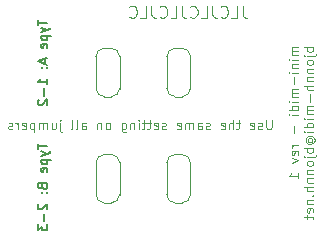
<source format=gbo>
G04 #@! TF.GenerationSoftware,KiCad,Pcbnew,8.0.1*
G04 #@! TF.CreationDate,2024-03-31T17:01:24-05:00*
G04 #@! TF.ProjectId,minimidi_v1,6d696e69-6d69-4646-995f-76312e6b6963,rev?*
G04 #@! TF.SameCoordinates,Original*
G04 #@! TF.FileFunction,Legend,Bot*
G04 #@! TF.FilePolarity,Positive*
%FSLAX46Y46*%
G04 Gerber Fmt 4.6, Leading zero omitted, Abs format (unit mm)*
G04 Created by KiCad (PCBNEW 8.0.1) date 2024-03-31 17:01:24*
%MOMM*%
%LPD*%
G01*
G04 APERTURE LIST*
G04 Aperture macros list*
%AMFreePoly0*
4,1,19,0.550000,-0.750000,0.000000,-0.750000,0.000000,-0.744911,-0.071157,-0.744911,-0.207708,-0.704816,-0.327430,-0.627875,-0.420627,-0.520320,-0.479746,-0.390866,-0.500000,-0.250000,-0.500000,0.250000,-0.479746,0.390866,-0.420627,0.520320,-0.327430,0.627875,-0.207708,0.704816,-0.071157,0.744911,0.000000,0.744911,0.000000,0.750000,0.550000,0.750000,0.550000,-0.750000,0.550000,-0.750000,
$1*%
%AMFreePoly1*
4,1,19,0.000000,0.744911,0.071157,0.744911,0.207708,0.704816,0.327430,0.627875,0.420627,0.520320,0.479746,0.390866,0.500000,0.250000,0.500000,-0.250000,0.479746,-0.390866,0.420627,-0.520320,0.327430,-0.627875,0.207708,-0.704816,0.071157,-0.744911,0.000000,-0.744911,0.000000,-0.750000,-0.550000,-0.750000,-0.550000,0.750000,0.000000,0.750000,0.000000,0.744911,0.000000,0.744911,
$1*%
G04 Aperture macros list end*
%ADD10C,0.100000*%
%ADD11C,0.200000*%
%ADD12C,0.120000*%
%ADD13C,1.700000*%
%ADD14R,1.700000X1.700000*%
%ADD15O,1.700000X1.700000*%
%ADD16FreePoly0,270.000000*%
%ADD17R,1.500000X1.000000*%
%ADD18FreePoly1,270.000000*%
G04 APERTURE END LIST*
D10*
X143867619Y-93501879D02*
X143867619Y-94149498D01*
X143867619Y-94149498D02*
X143829524Y-94225688D01*
X143829524Y-94225688D02*
X143791429Y-94263784D01*
X143791429Y-94263784D02*
X143715238Y-94301879D01*
X143715238Y-94301879D02*
X143562857Y-94301879D01*
X143562857Y-94301879D02*
X143486667Y-94263784D01*
X143486667Y-94263784D02*
X143448572Y-94225688D01*
X143448572Y-94225688D02*
X143410476Y-94149498D01*
X143410476Y-94149498D02*
X143410476Y-93501879D01*
X143067620Y-94263784D02*
X142991429Y-94301879D01*
X142991429Y-94301879D02*
X142839048Y-94301879D01*
X142839048Y-94301879D02*
X142762858Y-94263784D01*
X142762858Y-94263784D02*
X142724762Y-94187593D01*
X142724762Y-94187593D02*
X142724762Y-94149498D01*
X142724762Y-94149498D02*
X142762858Y-94073307D01*
X142762858Y-94073307D02*
X142839048Y-94035212D01*
X142839048Y-94035212D02*
X142953334Y-94035212D01*
X142953334Y-94035212D02*
X143029524Y-93997117D01*
X143029524Y-93997117D02*
X143067620Y-93920926D01*
X143067620Y-93920926D02*
X143067620Y-93882831D01*
X143067620Y-93882831D02*
X143029524Y-93806641D01*
X143029524Y-93806641D02*
X142953334Y-93768545D01*
X142953334Y-93768545D02*
X142839048Y-93768545D01*
X142839048Y-93768545D02*
X142762858Y-93806641D01*
X142077143Y-94263784D02*
X142153334Y-94301879D01*
X142153334Y-94301879D02*
X142305715Y-94301879D01*
X142305715Y-94301879D02*
X142381905Y-94263784D01*
X142381905Y-94263784D02*
X142420001Y-94187593D01*
X142420001Y-94187593D02*
X142420001Y-93882831D01*
X142420001Y-93882831D02*
X142381905Y-93806641D01*
X142381905Y-93806641D02*
X142305715Y-93768545D01*
X142305715Y-93768545D02*
X142153334Y-93768545D01*
X142153334Y-93768545D02*
X142077143Y-93806641D01*
X142077143Y-93806641D02*
X142039048Y-93882831D01*
X142039048Y-93882831D02*
X142039048Y-93959022D01*
X142039048Y-93959022D02*
X142420001Y-94035212D01*
X141200953Y-93768545D02*
X140896191Y-93768545D01*
X141086667Y-93501879D02*
X141086667Y-94187593D01*
X141086667Y-94187593D02*
X141048572Y-94263784D01*
X141048572Y-94263784D02*
X140972382Y-94301879D01*
X140972382Y-94301879D02*
X140896191Y-94301879D01*
X140629524Y-94301879D02*
X140629524Y-93501879D01*
X140286667Y-94301879D02*
X140286667Y-93882831D01*
X140286667Y-93882831D02*
X140324762Y-93806641D01*
X140324762Y-93806641D02*
X140400953Y-93768545D01*
X140400953Y-93768545D02*
X140515239Y-93768545D01*
X140515239Y-93768545D02*
X140591429Y-93806641D01*
X140591429Y-93806641D02*
X140629524Y-93844736D01*
X139600952Y-94263784D02*
X139677143Y-94301879D01*
X139677143Y-94301879D02*
X139829524Y-94301879D01*
X139829524Y-94301879D02*
X139905714Y-94263784D01*
X139905714Y-94263784D02*
X139943810Y-94187593D01*
X139943810Y-94187593D02*
X139943810Y-93882831D01*
X139943810Y-93882831D02*
X139905714Y-93806641D01*
X139905714Y-93806641D02*
X139829524Y-93768545D01*
X139829524Y-93768545D02*
X139677143Y-93768545D01*
X139677143Y-93768545D02*
X139600952Y-93806641D01*
X139600952Y-93806641D02*
X139562857Y-93882831D01*
X139562857Y-93882831D02*
X139562857Y-93959022D01*
X139562857Y-93959022D02*
X139943810Y-94035212D01*
X138648572Y-94263784D02*
X138572381Y-94301879D01*
X138572381Y-94301879D02*
X138420000Y-94301879D01*
X138420000Y-94301879D02*
X138343810Y-94263784D01*
X138343810Y-94263784D02*
X138305714Y-94187593D01*
X138305714Y-94187593D02*
X138305714Y-94149498D01*
X138305714Y-94149498D02*
X138343810Y-94073307D01*
X138343810Y-94073307D02*
X138420000Y-94035212D01*
X138420000Y-94035212D02*
X138534286Y-94035212D01*
X138534286Y-94035212D02*
X138610476Y-93997117D01*
X138610476Y-93997117D02*
X138648572Y-93920926D01*
X138648572Y-93920926D02*
X138648572Y-93882831D01*
X138648572Y-93882831D02*
X138610476Y-93806641D01*
X138610476Y-93806641D02*
X138534286Y-93768545D01*
X138534286Y-93768545D02*
X138420000Y-93768545D01*
X138420000Y-93768545D02*
X138343810Y-93806641D01*
X137620000Y-94301879D02*
X137620000Y-93882831D01*
X137620000Y-93882831D02*
X137658095Y-93806641D01*
X137658095Y-93806641D02*
X137734286Y-93768545D01*
X137734286Y-93768545D02*
X137886667Y-93768545D01*
X137886667Y-93768545D02*
X137962857Y-93806641D01*
X137620000Y-94263784D02*
X137696191Y-94301879D01*
X137696191Y-94301879D02*
X137886667Y-94301879D01*
X137886667Y-94301879D02*
X137962857Y-94263784D01*
X137962857Y-94263784D02*
X138000953Y-94187593D01*
X138000953Y-94187593D02*
X138000953Y-94111403D01*
X138000953Y-94111403D02*
X137962857Y-94035212D01*
X137962857Y-94035212D02*
X137886667Y-93997117D01*
X137886667Y-93997117D02*
X137696191Y-93997117D01*
X137696191Y-93997117D02*
X137620000Y-93959022D01*
X137239047Y-94301879D02*
X137239047Y-93768545D01*
X137239047Y-93844736D02*
X137200952Y-93806641D01*
X137200952Y-93806641D02*
X137124762Y-93768545D01*
X137124762Y-93768545D02*
X137010476Y-93768545D01*
X137010476Y-93768545D02*
X136934285Y-93806641D01*
X136934285Y-93806641D02*
X136896190Y-93882831D01*
X136896190Y-93882831D02*
X136896190Y-94301879D01*
X136896190Y-93882831D02*
X136858095Y-93806641D01*
X136858095Y-93806641D02*
X136781904Y-93768545D01*
X136781904Y-93768545D02*
X136667619Y-93768545D01*
X136667619Y-93768545D02*
X136591428Y-93806641D01*
X136591428Y-93806641D02*
X136553333Y-93882831D01*
X136553333Y-93882831D02*
X136553333Y-94301879D01*
X135867618Y-94263784D02*
X135943809Y-94301879D01*
X135943809Y-94301879D02*
X136096190Y-94301879D01*
X136096190Y-94301879D02*
X136172380Y-94263784D01*
X136172380Y-94263784D02*
X136210476Y-94187593D01*
X136210476Y-94187593D02*
X136210476Y-93882831D01*
X136210476Y-93882831D02*
X136172380Y-93806641D01*
X136172380Y-93806641D02*
X136096190Y-93768545D01*
X136096190Y-93768545D02*
X135943809Y-93768545D01*
X135943809Y-93768545D02*
X135867618Y-93806641D01*
X135867618Y-93806641D02*
X135829523Y-93882831D01*
X135829523Y-93882831D02*
X135829523Y-93959022D01*
X135829523Y-93959022D02*
X136210476Y-94035212D01*
X134915238Y-94263784D02*
X134839047Y-94301879D01*
X134839047Y-94301879D02*
X134686666Y-94301879D01*
X134686666Y-94301879D02*
X134610476Y-94263784D01*
X134610476Y-94263784D02*
X134572380Y-94187593D01*
X134572380Y-94187593D02*
X134572380Y-94149498D01*
X134572380Y-94149498D02*
X134610476Y-94073307D01*
X134610476Y-94073307D02*
X134686666Y-94035212D01*
X134686666Y-94035212D02*
X134800952Y-94035212D01*
X134800952Y-94035212D02*
X134877142Y-93997117D01*
X134877142Y-93997117D02*
X134915238Y-93920926D01*
X134915238Y-93920926D02*
X134915238Y-93882831D01*
X134915238Y-93882831D02*
X134877142Y-93806641D01*
X134877142Y-93806641D02*
X134800952Y-93768545D01*
X134800952Y-93768545D02*
X134686666Y-93768545D01*
X134686666Y-93768545D02*
X134610476Y-93806641D01*
X133924761Y-94263784D02*
X134000952Y-94301879D01*
X134000952Y-94301879D02*
X134153333Y-94301879D01*
X134153333Y-94301879D02*
X134229523Y-94263784D01*
X134229523Y-94263784D02*
X134267619Y-94187593D01*
X134267619Y-94187593D02*
X134267619Y-93882831D01*
X134267619Y-93882831D02*
X134229523Y-93806641D01*
X134229523Y-93806641D02*
X134153333Y-93768545D01*
X134153333Y-93768545D02*
X134000952Y-93768545D01*
X134000952Y-93768545D02*
X133924761Y-93806641D01*
X133924761Y-93806641D02*
X133886666Y-93882831D01*
X133886666Y-93882831D02*
X133886666Y-93959022D01*
X133886666Y-93959022D02*
X134267619Y-94035212D01*
X133658095Y-93768545D02*
X133353333Y-93768545D01*
X133543809Y-93501879D02*
X133543809Y-94187593D01*
X133543809Y-94187593D02*
X133505714Y-94263784D01*
X133505714Y-94263784D02*
X133429524Y-94301879D01*
X133429524Y-94301879D02*
X133353333Y-94301879D01*
X133200952Y-93768545D02*
X132896190Y-93768545D01*
X133086666Y-93501879D02*
X133086666Y-94187593D01*
X133086666Y-94187593D02*
X133048571Y-94263784D01*
X133048571Y-94263784D02*
X132972381Y-94301879D01*
X132972381Y-94301879D02*
X132896190Y-94301879D01*
X132629523Y-94301879D02*
X132629523Y-93768545D01*
X132629523Y-93501879D02*
X132667619Y-93539974D01*
X132667619Y-93539974D02*
X132629523Y-93578069D01*
X132629523Y-93578069D02*
X132591428Y-93539974D01*
X132591428Y-93539974D02*
X132629523Y-93501879D01*
X132629523Y-93501879D02*
X132629523Y-93578069D01*
X132248571Y-93768545D02*
X132248571Y-94301879D01*
X132248571Y-93844736D02*
X132210476Y-93806641D01*
X132210476Y-93806641D02*
X132134286Y-93768545D01*
X132134286Y-93768545D02*
X132020000Y-93768545D01*
X132020000Y-93768545D02*
X131943809Y-93806641D01*
X131943809Y-93806641D02*
X131905714Y-93882831D01*
X131905714Y-93882831D02*
X131905714Y-94301879D01*
X131181904Y-93768545D02*
X131181904Y-94416164D01*
X131181904Y-94416164D02*
X131219999Y-94492355D01*
X131219999Y-94492355D02*
X131258095Y-94530450D01*
X131258095Y-94530450D02*
X131334285Y-94568545D01*
X131334285Y-94568545D02*
X131448571Y-94568545D01*
X131448571Y-94568545D02*
X131524761Y-94530450D01*
X131181904Y-94263784D02*
X131258095Y-94301879D01*
X131258095Y-94301879D02*
X131410476Y-94301879D01*
X131410476Y-94301879D02*
X131486666Y-94263784D01*
X131486666Y-94263784D02*
X131524761Y-94225688D01*
X131524761Y-94225688D02*
X131562857Y-94149498D01*
X131562857Y-94149498D02*
X131562857Y-93920926D01*
X131562857Y-93920926D02*
X131524761Y-93844736D01*
X131524761Y-93844736D02*
X131486666Y-93806641D01*
X131486666Y-93806641D02*
X131410476Y-93768545D01*
X131410476Y-93768545D02*
X131258095Y-93768545D01*
X131258095Y-93768545D02*
X131181904Y-93806641D01*
X130077142Y-94301879D02*
X130153332Y-94263784D01*
X130153332Y-94263784D02*
X130191427Y-94225688D01*
X130191427Y-94225688D02*
X130229523Y-94149498D01*
X130229523Y-94149498D02*
X130229523Y-93920926D01*
X130229523Y-93920926D02*
X130191427Y-93844736D01*
X130191427Y-93844736D02*
X130153332Y-93806641D01*
X130153332Y-93806641D02*
X130077142Y-93768545D01*
X130077142Y-93768545D02*
X129962856Y-93768545D01*
X129962856Y-93768545D02*
X129886665Y-93806641D01*
X129886665Y-93806641D02*
X129848570Y-93844736D01*
X129848570Y-93844736D02*
X129810475Y-93920926D01*
X129810475Y-93920926D02*
X129810475Y-94149498D01*
X129810475Y-94149498D02*
X129848570Y-94225688D01*
X129848570Y-94225688D02*
X129886665Y-94263784D01*
X129886665Y-94263784D02*
X129962856Y-94301879D01*
X129962856Y-94301879D02*
X130077142Y-94301879D01*
X129467617Y-93768545D02*
X129467617Y-94301879D01*
X129467617Y-93844736D02*
X129429522Y-93806641D01*
X129429522Y-93806641D02*
X129353332Y-93768545D01*
X129353332Y-93768545D02*
X129239046Y-93768545D01*
X129239046Y-93768545D02*
X129162855Y-93806641D01*
X129162855Y-93806641D02*
X129124760Y-93882831D01*
X129124760Y-93882831D02*
X129124760Y-94301879D01*
X127791426Y-94301879D02*
X127791426Y-93882831D01*
X127791426Y-93882831D02*
X127829521Y-93806641D01*
X127829521Y-93806641D02*
X127905712Y-93768545D01*
X127905712Y-93768545D02*
X128058093Y-93768545D01*
X128058093Y-93768545D02*
X128134283Y-93806641D01*
X127791426Y-94263784D02*
X127867617Y-94301879D01*
X127867617Y-94301879D02*
X128058093Y-94301879D01*
X128058093Y-94301879D02*
X128134283Y-94263784D01*
X128134283Y-94263784D02*
X128172379Y-94187593D01*
X128172379Y-94187593D02*
X128172379Y-94111403D01*
X128172379Y-94111403D02*
X128134283Y-94035212D01*
X128134283Y-94035212D02*
X128058093Y-93997117D01*
X128058093Y-93997117D02*
X127867617Y-93997117D01*
X127867617Y-93997117D02*
X127791426Y-93959022D01*
X127296188Y-94301879D02*
X127372378Y-94263784D01*
X127372378Y-94263784D02*
X127410473Y-94187593D01*
X127410473Y-94187593D02*
X127410473Y-93501879D01*
X126877140Y-94301879D02*
X126953330Y-94263784D01*
X126953330Y-94263784D02*
X126991425Y-94187593D01*
X126991425Y-94187593D02*
X126991425Y-93501879D01*
X125962853Y-93768545D02*
X125962853Y-94454260D01*
X125962853Y-94454260D02*
X126000949Y-94530450D01*
X126000949Y-94530450D02*
X126077139Y-94568545D01*
X126077139Y-94568545D02*
X126115234Y-94568545D01*
X125962853Y-93501879D02*
X126000949Y-93539974D01*
X126000949Y-93539974D02*
X125962853Y-93578069D01*
X125962853Y-93578069D02*
X125924758Y-93539974D01*
X125924758Y-93539974D02*
X125962853Y-93501879D01*
X125962853Y-93501879D02*
X125962853Y-93578069D01*
X125239044Y-93768545D02*
X125239044Y-94301879D01*
X125581901Y-93768545D02*
X125581901Y-94187593D01*
X125581901Y-94187593D02*
X125543806Y-94263784D01*
X125543806Y-94263784D02*
X125467616Y-94301879D01*
X125467616Y-94301879D02*
X125353330Y-94301879D01*
X125353330Y-94301879D02*
X125277139Y-94263784D01*
X125277139Y-94263784D02*
X125239044Y-94225688D01*
X124858091Y-94301879D02*
X124858091Y-93768545D01*
X124858091Y-93844736D02*
X124819996Y-93806641D01*
X124819996Y-93806641D02*
X124743806Y-93768545D01*
X124743806Y-93768545D02*
X124629520Y-93768545D01*
X124629520Y-93768545D02*
X124553329Y-93806641D01*
X124553329Y-93806641D02*
X124515234Y-93882831D01*
X124515234Y-93882831D02*
X124515234Y-94301879D01*
X124515234Y-93882831D02*
X124477139Y-93806641D01*
X124477139Y-93806641D02*
X124400948Y-93768545D01*
X124400948Y-93768545D02*
X124286663Y-93768545D01*
X124286663Y-93768545D02*
X124210472Y-93806641D01*
X124210472Y-93806641D02*
X124172377Y-93882831D01*
X124172377Y-93882831D02*
X124172377Y-94301879D01*
X123791424Y-93768545D02*
X123791424Y-94568545D01*
X123791424Y-93806641D02*
X123715234Y-93768545D01*
X123715234Y-93768545D02*
X123562853Y-93768545D01*
X123562853Y-93768545D02*
X123486662Y-93806641D01*
X123486662Y-93806641D02*
X123448567Y-93844736D01*
X123448567Y-93844736D02*
X123410472Y-93920926D01*
X123410472Y-93920926D02*
X123410472Y-94149498D01*
X123410472Y-94149498D02*
X123448567Y-94225688D01*
X123448567Y-94225688D02*
X123486662Y-94263784D01*
X123486662Y-94263784D02*
X123562853Y-94301879D01*
X123562853Y-94301879D02*
X123715234Y-94301879D01*
X123715234Y-94301879D02*
X123791424Y-94263784D01*
X122762852Y-94263784D02*
X122839043Y-94301879D01*
X122839043Y-94301879D02*
X122991424Y-94301879D01*
X122991424Y-94301879D02*
X123067614Y-94263784D01*
X123067614Y-94263784D02*
X123105710Y-94187593D01*
X123105710Y-94187593D02*
X123105710Y-93882831D01*
X123105710Y-93882831D02*
X123067614Y-93806641D01*
X123067614Y-93806641D02*
X122991424Y-93768545D01*
X122991424Y-93768545D02*
X122839043Y-93768545D01*
X122839043Y-93768545D02*
X122762852Y-93806641D01*
X122762852Y-93806641D02*
X122724757Y-93882831D01*
X122724757Y-93882831D02*
X122724757Y-93959022D01*
X122724757Y-93959022D02*
X123105710Y-94035212D01*
X122381900Y-94301879D02*
X122381900Y-93768545D01*
X122381900Y-93920926D02*
X122343805Y-93844736D01*
X122343805Y-93844736D02*
X122305710Y-93806641D01*
X122305710Y-93806641D02*
X122229519Y-93768545D01*
X122229519Y-93768545D02*
X122153329Y-93768545D01*
X121924758Y-94263784D02*
X121848567Y-94301879D01*
X121848567Y-94301879D02*
X121696186Y-94301879D01*
X121696186Y-94301879D02*
X121619996Y-94263784D01*
X121619996Y-94263784D02*
X121581900Y-94187593D01*
X121581900Y-94187593D02*
X121581900Y-94149498D01*
X121581900Y-94149498D02*
X121619996Y-94073307D01*
X121619996Y-94073307D02*
X121696186Y-94035212D01*
X121696186Y-94035212D02*
X121810472Y-94035212D01*
X121810472Y-94035212D02*
X121886662Y-93997117D01*
X121886662Y-93997117D02*
X121924758Y-93920926D01*
X121924758Y-93920926D02*
X121924758Y-93882831D01*
X121924758Y-93882831D02*
X121886662Y-93806641D01*
X121886662Y-93806641D02*
X121810472Y-93768545D01*
X121810472Y-93768545D02*
X121696186Y-93768545D01*
X121696186Y-93768545D02*
X121619996Y-93806641D01*
X146108940Y-87356265D02*
X145575606Y-87356265D01*
X145651797Y-87356265D02*
X145613702Y-87394360D01*
X145613702Y-87394360D02*
X145575606Y-87470550D01*
X145575606Y-87470550D02*
X145575606Y-87584836D01*
X145575606Y-87584836D02*
X145613702Y-87661027D01*
X145613702Y-87661027D02*
X145689892Y-87699122D01*
X145689892Y-87699122D02*
X146108940Y-87699122D01*
X145689892Y-87699122D02*
X145613702Y-87737217D01*
X145613702Y-87737217D02*
X145575606Y-87813408D01*
X145575606Y-87813408D02*
X145575606Y-87927693D01*
X145575606Y-87927693D02*
X145613702Y-88003884D01*
X145613702Y-88003884D02*
X145689892Y-88041979D01*
X145689892Y-88041979D02*
X146108940Y-88041979D01*
X146108940Y-88422932D02*
X145575606Y-88422932D01*
X145308940Y-88422932D02*
X145347035Y-88384836D01*
X145347035Y-88384836D02*
X145385130Y-88422932D01*
X145385130Y-88422932D02*
X145347035Y-88461027D01*
X145347035Y-88461027D02*
X145308940Y-88422932D01*
X145308940Y-88422932D02*
X145385130Y-88422932D01*
X145575606Y-88803884D02*
X146108940Y-88803884D01*
X145651797Y-88803884D02*
X145613702Y-88841979D01*
X145613702Y-88841979D02*
X145575606Y-88918169D01*
X145575606Y-88918169D02*
X145575606Y-89032455D01*
X145575606Y-89032455D02*
X145613702Y-89108646D01*
X145613702Y-89108646D02*
X145689892Y-89146741D01*
X145689892Y-89146741D02*
X146108940Y-89146741D01*
X146108940Y-89527694D02*
X145575606Y-89527694D01*
X145308940Y-89527694D02*
X145347035Y-89489598D01*
X145347035Y-89489598D02*
X145385130Y-89527694D01*
X145385130Y-89527694D02*
X145347035Y-89565789D01*
X145347035Y-89565789D02*
X145308940Y-89527694D01*
X145308940Y-89527694D02*
X145385130Y-89527694D01*
X145804178Y-89908646D02*
X145804178Y-90518170D01*
X146108940Y-90899122D02*
X145575606Y-90899122D01*
X145651797Y-90899122D02*
X145613702Y-90937217D01*
X145613702Y-90937217D02*
X145575606Y-91013407D01*
X145575606Y-91013407D02*
X145575606Y-91127693D01*
X145575606Y-91127693D02*
X145613702Y-91203884D01*
X145613702Y-91203884D02*
X145689892Y-91241979D01*
X145689892Y-91241979D02*
X146108940Y-91241979D01*
X145689892Y-91241979D02*
X145613702Y-91280074D01*
X145613702Y-91280074D02*
X145575606Y-91356265D01*
X145575606Y-91356265D02*
X145575606Y-91470550D01*
X145575606Y-91470550D02*
X145613702Y-91546741D01*
X145613702Y-91546741D02*
X145689892Y-91584836D01*
X145689892Y-91584836D02*
X146108940Y-91584836D01*
X146108940Y-91965789D02*
X145575606Y-91965789D01*
X145308940Y-91965789D02*
X145347035Y-91927693D01*
X145347035Y-91927693D02*
X145385130Y-91965789D01*
X145385130Y-91965789D02*
X145347035Y-92003884D01*
X145347035Y-92003884D02*
X145308940Y-91965789D01*
X145308940Y-91965789D02*
X145385130Y-91965789D01*
X146108940Y-92689598D02*
X145308940Y-92689598D01*
X146070845Y-92689598D02*
X146108940Y-92613407D01*
X146108940Y-92613407D02*
X146108940Y-92461026D01*
X146108940Y-92461026D02*
X146070845Y-92384836D01*
X146070845Y-92384836D02*
X146032749Y-92346741D01*
X146032749Y-92346741D02*
X145956559Y-92308645D01*
X145956559Y-92308645D02*
X145727987Y-92308645D01*
X145727987Y-92308645D02*
X145651797Y-92346741D01*
X145651797Y-92346741D02*
X145613702Y-92384836D01*
X145613702Y-92384836D02*
X145575606Y-92461026D01*
X145575606Y-92461026D02*
X145575606Y-92613407D01*
X145575606Y-92613407D02*
X145613702Y-92689598D01*
X146108940Y-93070551D02*
X145575606Y-93070551D01*
X145308940Y-93070551D02*
X145347035Y-93032455D01*
X145347035Y-93032455D02*
X145385130Y-93070551D01*
X145385130Y-93070551D02*
X145347035Y-93108646D01*
X145347035Y-93108646D02*
X145308940Y-93070551D01*
X145308940Y-93070551D02*
X145385130Y-93070551D01*
X145804178Y-94061027D02*
X145804178Y-94670551D01*
X146108940Y-95661027D02*
X145575606Y-95661027D01*
X145727987Y-95661027D02*
X145651797Y-95699122D01*
X145651797Y-95699122D02*
X145613702Y-95737217D01*
X145613702Y-95737217D02*
X145575606Y-95813408D01*
X145575606Y-95813408D02*
X145575606Y-95889598D01*
X146070845Y-96461027D02*
X146108940Y-96384836D01*
X146108940Y-96384836D02*
X146108940Y-96232455D01*
X146108940Y-96232455D02*
X146070845Y-96156265D01*
X146070845Y-96156265D02*
X145994654Y-96118169D01*
X145994654Y-96118169D02*
X145689892Y-96118169D01*
X145689892Y-96118169D02*
X145613702Y-96156265D01*
X145613702Y-96156265D02*
X145575606Y-96232455D01*
X145575606Y-96232455D02*
X145575606Y-96384836D01*
X145575606Y-96384836D02*
X145613702Y-96461027D01*
X145613702Y-96461027D02*
X145689892Y-96499122D01*
X145689892Y-96499122D02*
X145766083Y-96499122D01*
X145766083Y-96499122D02*
X145842273Y-96118169D01*
X145575606Y-96765788D02*
X146108940Y-96956264D01*
X146108940Y-96956264D02*
X145575606Y-97146741D01*
X146108940Y-98480074D02*
X146108940Y-98022931D01*
X146108940Y-98251503D02*
X145308940Y-98251503D01*
X145308940Y-98251503D02*
X145423225Y-98175312D01*
X145423225Y-98175312D02*
X145499416Y-98099122D01*
X145499416Y-98099122D02*
X145537511Y-98022931D01*
X147396895Y-87356265D02*
X146596895Y-87356265D01*
X146901657Y-87356265D02*
X146863561Y-87432455D01*
X146863561Y-87432455D02*
X146863561Y-87584836D01*
X146863561Y-87584836D02*
X146901657Y-87661027D01*
X146901657Y-87661027D02*
X146939752Y-87699122D01*
X146939752Y-87699122D02*
X147015942Y-87737217D01*
X147015942Y-87737217D02*
X147244514Y-87737217D01*
X147244514Y-87737217D02*
X147320704Y-87699122D01*
X147320704Y-87699122D02*
X147358800Y-87661027D01*
X147358800Y-87661027D02*
X147396895Y-87584836D01*
X147396895Y-87584836D02*
X147396895Y-87432455D01*
X147396895Y-87432455D02*
X147358800Y-87356265D01*
X146863561Y-88080075D02*
X147549276Y-88080075D01*
X147549276Y-88080075D02*
X147625466Y-88041979D01*
X147625466Y-88041979D02*
X147663561Y-87965789D01*
X147663561Y-87965789D02*
X147663561Y-87927694D01*
X146596895Y-88080075D02*
X146634990Y-88041979D01*
X146634990Y-88041979D02*
X146673085Y-88080075D01*
X146673085Y-88080075D02*
X146634990Y-88118170D01*
X146634990Y-88118170D02*
X146596895Y-88080075D01*
X146596895Y-88080075D02*
X146673085Y-88080075D01*
X147396895Y-88575312D02*
X147358800Y-88499122D01*
X147358800Y-88499122D02*
X147320704Y-88461027D01*
X147320704Y-88461027D02*
X147244514Y-88422931D01*
X147244514Y-88422931D02*
X147015942Y-88422931D01*
X147015942Y-88422931D02*
X146939752Y-88461027D01*
X146939752Y-88461027D02*
X146901657Y-88499122D01*
X146901657Y-88499122D02*
X146863561Y-88575312D01*
X146863561Y-88575312D02*
X146863561Y-88689598D01*
X146863561Y-88689598D02*
X146901657Y-88765789D01*
X146901657Y-88765789D02*
X146939752Y-88803884D01*
X146939752Y-88803884D02*
X147015942Y-88841979D01*
X147015942Y-88841979D02*
X147244514Y-88841979D01*
X147244514Y-88841979D02*
X147320704Y-88803884D01*
X147320704Y-88803884D02*
X147358800Y-88765789D01*
X147358800Y-88765789D02*
X147396895Y-88689598D01*
X147396895Y-88689598D02*
X147396895Y-88575312D01*
X146863561Y-89184837D02*
X147396895Y-89184837D01*
X146939752Y-89184837D02*
X146901657Y-89222932D01*
X146901657Y-89222932D02*
X146863561Y-89299122D01*
X146863561Y-89299122D02*
X146863561Y-89413408D01*
X146863561Y-89413408D02*
X146901657Y-89489599D01*
X146901657Y-89489599D02*
X146977847Y-89527694D01*
X146977847Y-89527694D02*
X147396895Y-89527694D01*
X146863561Y-89908647D02*
X147396895Y-89908647D01*
X146939752Y-89908647D02*
X146901657Y-89946742D01*
X146901657Y-89946742D02*
X146863561Y-90022932D01*
X146863561Y-90022932D02*
X146863561Y-90137218D01*
X146863561Y-90137218D02*
X146901657Y-90213409D01*
X146901657Y-90213409D02*
X146977847Y-90251504D01*
X146977847Y-90251504D02*
X147396895Y-90251504D01*
X147396895Y-90632457D02*
X146596895Y-90632457D01*
X147396895Y-90975314D02*
X146977847Y-90975314D01*
X146977847Y-90975314D02*
X146901657Y-90937219D01*
X146901657Y-90937219D02*
X146863561Y-90861028D01*
X146863561Y-90861028D02*
X146863561Y-90746742D01*
X146863561Y-90746742D02*
X146901657Y-90670552D01*
X146901657Y-90670552D02*
X146939752Y-90632457D01*
X147092133Y-91356267D02*
X147092133Y-91965791D01*
X147396895Y-92346743D02*
X146863561Y-92346743D01*
X146939752Y-92346743D02*
X146901657Y-92384838D01*
X146901657Y-92384838D02*
X146863561Y-92461028D01*
X146863561Y-92461028D02*
X146863561Y-92575314D01*
X146863561Y-92575314D02*
X146901657Y-92651505D01*
X146901657Y-92651505D02*
X146977847Y-92689600D01*
X146977847Y-92689600D02*
X147396895Y-92689600D01*
X146977847Y-92689600D02*
X146901657Y-92727695D01*
X146901657Y-92727695D02*
X146863561Y-92803886D01*
X146863561Y-92803886D02*
X146863561Y-92918171D01*
X146863561Y-92918171D02*
X146901657Y-92994362D01*
X146901657Y-92994362D02*
X146977847Y-93032457D01*
X146977847Y-93032457D02*
X147396895Y-93032457D01*
X147396895Y-93413410D02*
X146863561Y-93413410D01*
X146596895Y-93413410D02*
X146634990Y-93375314D01*
X146634990Y-93375314D02*
X146673085Y-93413410D01*
X146673085Y-93413410D02*
X146634990Y-93451505D01*
X146634990Y-93451505D02*
X146596895Y-93413410D01*
X146596895Y-93413410D02*
X146673085Y-93413410D01*
X147396895Y-94137219D02*
X146596895Y-94137219D01*
X147358800Y-94137219D02*
X147396895Y-94061028D01*
X147396895Y-94061028D02*
X147396895Y-93908647D01*
X147396895Y-93908647D02*
X147358800Y-93832457D01*
X147358800Y-93832457D02*
X147320704Y-93794362D01*
X147320704Y-93794362D02*
X147244514Y-93756266D01*
X147244514Y-93756266D02*
X147015942Y-93756266D01*
X147015942Y-93756266D02*
X146939752Y-93794362D01*
X146939752Y-93794362D02*
X146901657Y-93832457D01*
X146901657Y-93832457D02*
X146863561Y-93908647D01*
X146863561Y-93908647D02*
X146863561Y-94061028D01*
X146863561Y-94061028D02*
X146901657Y-94137219D01*
X147396895Y-94518172D02*
X146863561Y-94518172D01*
X146596895Y-94518172D02*
X146634990Y-94480076D01*
X146634990Y-94480076D02*
X146673085Y-94518172D01*
X146673085Y-94518172D02*
X146634990Y-94556267D01*
X146634990Y-94556267D02*
X146596895Y-94518172D01*
X146596895Y-94518172D02*
X146673085Y-94518172D01*
X147015942Y-95394362D02*
X146977847Y-95356267D01*
X146977847Y-95356267D02*
X146939752Y-95280076D01*
X146939752Y-95280076D02*
X146939752Y-95203886D01*
X146939752Y-95203886D02*
X146977847Y-95127695D01*
X146977847Y-95127695D02*
X147015942Y-95089600D01*
X147015942Y-95089600D02*
X147092133Y-95051505D01*
X147092133Y-95051505D02*
X147168323Y-95051505D01*
X147168323Y-95051505D02*
X147244514Y-95089600D01*
X147244514Y-95089600D02*
X147282609Y-95127695D01*
X147282609Y-95127695D02*
X147320704Y-95203886D01*
X147320704Y-95203886D02*
X147320704Y-95280076D01*
X147320704Y-95280076D02*
X147282609Y-95356267D01*
X147282609Y-95356267D02*
X147244514Y-95394362D01*
X146939752Y-95394362D02*
X147244514Y-95394362D01*
X147244514Y-95394362D02*
X147282609Y-95432457D01*
X147282609Y-95432457D02*
X147282609Y-95470552D01*
X147282609Y-95470552D02*
X147244514Y-95546743D01*
X147244514Y-95546743D02*
X147168323Y-95584838D01*
X147168323Y-95584838D02*
X146977847Y-95584838D01*
X146977847Y-95584838D02*
X146863561Y-95508648D01*
X146863561Y-95508648D02*
X146787371Y-95394362D01*
X146787371Y-95394362D02*
X146749276Y-95241981D01*
X146749276Y-95241981D02*
X146787371Y-95089600D01*
X146787371Y-95089600D02*
X146863561Y-94975314D01*
X146863561Y-94975314D02*
X146977847Y-94899124D01*
X146977847Y-94899124D02*
X147130228Y-94861028D01*
X147130228Y-94861028D02*
X147282609Y-94899124D01*
X147282609Y-94899124D02*
X147396895Y-94975314D01*
X147396895Y-94975314D02*
X147473085Y-95089600D01*
X147473085Y-95089600D02*
X147511180Y-95241981D01*
X147511180Y-95241981D02*
X147473085Y-95394362D01*
X147473085Y-95394362D02*
X147396895Y-95508648D01*
X147396895Y-95927695D02*
X146596895Y-95927695D01*
X146901657Y-95927695D02*
X146863561Y-96003885D01*
X146863561Y-96003885D02*
X146863561Y-96156266D01*
X146863561Y-96156266D02*
X146901657Y-96232457D01*
X146901657Y-96232457D02*
X146939752Y-96270552D01*
X146939752Y-96270552D02*
X147015942Y-96308647D01*
X147015942Y-96308647D02*
X147244514Y-96308647D01*
X147244514Y-96308647D02*
X147320704Y-96270552D01*
X147320704Y-96270552D02*
X147358800Y-96232457D01*
X147358800Y-96232457D02*
X147396895Y-96156266D01*
X147396895Y-96156266D02*
X147396895Y-96003885D01*
X147396895Y-96003885D02*
X147358800Y-95927695D01*
X146863561Y-96651505D02*
X147549276Y-96651505D01*
X147549276Y-96651505D02*
X147625466Y-96613409D01*
X147625466Y-96613409D02*
X147663561Y-96537219D01*
X147663561Y-96537219D02*
X147663561Y-96499124D01*
X146596895Y-96651505D02*
X146634990Y-96613409D01*
X146634990Y-96613409D02*
X146673085Y-96651505D01*
X146673085Y-96651505D02*
X146634990Y-96689600D01*
X146634990Y-96689600D02*
X146596895Y-96651505D01*
X146596895Y-96651505D02*
X146673085Y-96651505D01*
X147396895Y-97146742D02*
X147358800Y-97070552D01*
X147358800Y-97070552D02*
X147320704Y-97032457D01*
X147320704Y-97032457D02*
X147244514Y-96994361D01*
X147244514Y-96994361D02*
X147015942Y-96994361D01*
X147015942Y-96994361D02*
X146939752Y-97032457D01*
X146939752Y-97032457D02*
X146901657Y-97070552D01*
X146901657Y-97070552D02*
X146863561Y-97146742D01*
X146863561Y-97146742D02*
X146863561Y-97261028D01*
X146863561Y-97261028D02*
X146901657Y-97337219D01*
X146901657Y-97337219D02*
X146939752Y-97375314D01*
X146939752Y-97375314D02*
X147015942Y-97413409D01*
X147015942Y-97413409D02*
X147244514Y-97413409D01*
X147244514Y-97413409D02*
X147320704Y-97375314D01*
X147320704Y-97375314D02*
X147358800Y-97337219D01*
X147358800Y-97337219D02*
X147396895Y-97261028D01*
X147396895Y-97261028D02*
X147396895Y-97146742D01*
X146863561Y-97756267D02*
X147396895Y-97756267D01*
X146939752Y-97756267D02*
X146901657Y-97794362D01*
X146901657Y-97794362D02*
X146863561Y-97870552D01*
X146863561Y-97870552D02*
X146863561Y-97984838D01*
X146863561Y-97984838D02*
X146901657Y-98061029D01*
X146901657Y-98061029D02*
X146977847Y-98099124D01*
X146977847Y-98099124D02*
X147396895Y-98099124D01*
X146863561Y-98480077D02*
X147396895Y-98480077D01*
X146939752Y-98480077D02*
X146901657Y-98518172D01*
X146901657Y-98518172D02*
X146863561Y-98594362D01*
X146863561Y-98594362D02*
X146863561Y-98708648D01*
X146863561Y-98708648D02*
X146901657Y-98784839D01*
X146901657Y-98784839D02*
X146977847Y-98822934D01*
X146977847Y-98822934D02*
X147396895Y-98822934D01*
X147396895Y-99203887D02*
X146596895Y-99203887D01*
X147396895Y-99546744D02*
X146977847Y-99546744D01*
X146977847Y-99546744D02*
X146901657Y-99508649D01*
X146901657Y-99508649D02*
X146863561Y-99432458D01*
X146863561Y-99432458D02*
X146863561Y-99318172D01*
X146863561Y-99318172D02*
X146901657Y-99241982D01*
X146901657Y-99241982D02*
X146939752Y-99203887D01*
X147320704Y-99927697D02*
X147358800Y-99965792D01*
X147358800Y-99965792D02*
X147396895Y-99927697D01*
X147396895Y-99927697D02*
X147358800Y-99889601D01*
X147358800Y-99889601D02*
X147320704Y-99927697D01*
X147320704Y-99927697D02*
X147396895Y-99927697D01*
X146863561Y-100308649D02*
X147396895Y-100308649D01*
X146939752Y-100308649D02*
X146901657Y-100346744D01*
X146901657Y-100346744D02*
X146863561Y-100422934D01*
X146863561Y-100422934D02*
X146863561Y-100537220D01*
X146863561Y-100537220D02*
X146901657Y-100613411D01*
X146901657Y-100613411D02*
X146977847Y-100651506D01*
X146977847Y-100651506D02*
X147396895Y-100651506D01*
X147358800Y-101337221D02*
X147396895Y-101261030D01*
X147396895Y-101261030D02*
X147396895Y-101108649D01*
X147396895Y-101108649D02*
X147358800Y-101032459D01*
X147358800Y-101032459D02*
X147282609Y-100994363D01*
X147282609Y-100994363D02*
X146977847Y-100994363D01*
X146977847Y-100994363D02*
X146901657Y-101032459D01*
X146901657Y-101032459D02*
X146863561Y-101108649D01*
X146863561Y-101108649D02*
X146863561Y-101261030D01*
X146863561Y-101261030D02*
X146901657Y-101337221D01*
X146901657Y-101337221D02*
X146977847Y-101375316D01*
X146977847Y-101375316D02*
X147054038Y-101375316D01*
X147054038Y-101375316D02*
X147130228Y-100994363D01*
X146863561Y-101603887D02*
X146863561Y-101908649D01*
X146596895Y-101718173D02*
X147282609Y-101718173D01*
X147282609Y-101718173D02*
X147358800Y-101756268D01*
X147358800Y-101756268D02*
X147396895Y-101832458D01*
X147396895Y-101832458D02*
X147396895Y-101908649D01*
X141410401Y-83872419D02*
X141410401Y-84586704D01*
X141410401Y-84586704D02*
X141458020Y-84729561D01*
X141458020Y-84729561D02*
X141553258Y-84824800D01*
X141553258Y-84824800D02*
X141696115Y-84872419D01*
X141696115Y-84872419D02*
X141791353Y-84872419D01*
X140458020Y-84872419D02*
X140934210Y-84872419D01*
X140934210Y-84872419D02*
X140934210Y-83872419D01*
X139553258Y-84777180D02*
X139600877Y-84824800D01*
X139600877Y-84824800D02*
X139743734Y-84872419D01*
X139743734Y-84872419D02*
X139838972Y-84872419D01*
X139838972Y-84872419D02*
X139981829Y-84824800D01*
X139981829Y-84824800D02*
X140077067Y-84729561D01*
X140077067Y-84729561D02*
X140124686Y-84634323D01*
X140124686Y-84634323D02*
X140172305Y-84443847D01*
X140172305Y-84443847D02*
X140172305Y-84300990D01*
X140172305Y-84300990D02*
X140124686Y-84110514D01*
X140124686Y-84110514D02*
X140077067Y-84015276D01*
X140077067Y-84015276D02*
X139981829Y-83920038D01*
X139981829Y-83920038D02*
X139838972Y-83872419D01*
X139838972Y-83872419D02*
X139743734Y-83872419D01*
X139743734Y-83872419D02*
X139600877Y-83920038D01*
X139600877Y-83920038D02*
X139553258Y-83967657D01*
X138838972Y-83872419D02*
X138838972Y-84586704D01*
X138838972Y-84586704D02*
X138886591Y-84729561D01*
X138886591Y-84729561D02*
X138981829Y-84824800D01*
X138981829Y-84824800D02*
X139124686Y-84872419D01*
X139124686Y-84872419D02*
X139219924Y-84872419D01*
X137886591Y-84872419D02*
X138362781Y-84872419D01*
X138362781Y-84872419D02*
X138362781Y-83872419D01*
X136981829Y-84777180D02*
X137029448Y-84824800D01*
X137029448Y-84824800D02*
X137172305Y-84872419D01*
X137172305Y-84872419D02*
X137267543Y-84872419D01*
X137267543Y-84872419D02*
X137410400Y-84824800D01*
X137410400Y-84824800D02*
X137505638Y-84729561D01*
X137505638Y-84729561D02*
X137553257Y-84634323D01*
X137553257Y-84634323D02*
X137600876Y-84443847D01*
X137600876Y-84443847D02*
X137600876Y-84300990D01*
X137600876Y-84300990D02*
X137553257Y-84110514D01*
X137553257Y-84110514D02*
X137505638Y-84015276D01*
X137505638Y-84015276D02*
X137410400Y-83920038D01*
X137410400Y-83920038D02*
X137267543Y-83872419D01*
X137267543Y-83872419D02*
X137172305Y-83872419D01*
X137172305Y-83872419D02*
X137029448Y-83920038D01*
X137029448Y-83920038D02*
X136981829Y-83967657D01*
X136267543Y-83872419D02*
X136267543Y-84586704D01*
X136267543Y-84586704D02*
X136315162Y-84729561D01*
X136315162Y-84729561D02*
X136410400Y-84824800D01*
X136410400Y-84824800D02*
X136553257Y-84872419D01*
X136553257Y-84872419D02*
X136648495Y-84872419D01*
X135315162Y-84872419D02*
X135791352Y-84872419D01*
X135791352Y-84872419D02*
X135791352Y-83872419D01*
X134410400Y-84777180D02*
X134458019Y-84824800D01*
X134458019Y-84824800D02*
X134600876Y-84872419D01*
X134600876Y-84872419D02*
X134696114Y-84872419D01*
X134696114Y-84872419D02*
X134838971Y-84824800D01*
X134838971Y-84824800D02*
X134934209Y-84729561D01*
X134934209Y-84729561D02*
X134981828Y-84634323D01*
X134981828Y-84634323D02*
X135029447Y-84443847D01*
X135029447Y-84443847D02*
X135029447Y-84300990D01*
X135029447Y-84300990D02*
X134981828Y-84110514D01*
X134981828Y-84110514D02*
X134934209Y-84015276D01*
X134934209Y-84015276D02*
X134838971Y-83920038D01*
X134838971Y-83920038D02*
X134696114Y-83872419D01*
X134696114Y-83872419D02*
X134600876Y-83872419D01*
X134600876Y-83872419D02*
X134458019Y-83920038D01*
X134458019Y-83920038D02*
X134410400Y-83967657D01*
X133696114Y-83872419D02*
X133696114Y-84586704D01*
X133696114Y-84586704D02*
X133743733Y-84729561D01*
X133743733Y-84729561D02*
X133838971Y-84824800D01*
X133838971Y-84824800D02*
X133981828Y-84872419D01*
X133981828Y-84872419D02*
X134077066Y-84872419D01*
X132743733Y-84872419D02*
X133219923Y-84872419D01*
X133219923Y-84872419D02*
X133219923Y-83872419D01*
X131838971Y-84777180D02*
X131886590Y-84824800D01*
X131886590Y-84824800D02*
X132029447Y-84872419D01*
X132029447Y-84872419D02*
X132124685Y-84872419D01*
X132124685Y-84872419D02*
X132267542Y-84824800D01*
X132267542Y-84824800D02*
X132362780Y-84729561D01*
X132362780Y-84729561D02*
X132410399Y-84634323D01*
X132410399Y-84634323D02*
X132458018Y-84443847D01*
X132458018Y-84443847D02*
X132458018Y-84300990D01*
X132458018Y-84300990D02*
X132410399Y-84110514D01*
X132410399Y-84110514D02*
X132362780Y-84015276D01*
X132362780Y-84015276D02*
X132267542Y-83920038D01*
X132267542Y-83920038D02*
X132124685Y-83872419D01*
X132124685Y-83872419D02*
X132029447Y-83872419D01*
X132029447Y-83872419D02*
X131886590Y-83920038D01*
X131886590Y-83920038D02*
X131838971Y-83967657D01*
D11*
X124091695Y-85066665D02*
X124091695Y-85523808D01*
X124891695Y-85295236D02*
X124091695Y-85295236D01*
X124358361Y-85714284D02*
X124891695Y-85904760D01*
X124358361Y-86095237D02*
X124891695Y-85904760D01*
X124891695Y-85904760D02*
X125082171Y-85828570D01*
X125082171Y-85828570D02*
X125120266Y-85790475D01*
X125120266Y-85790475D02*
X125158361Y-85714284D01*
X124358361Y-86399999D02*
X125158361Y-86399999D01*
X124396457Y-86399999D02*
X124358361Y-86476189D01*
X124358361Y-86476189D02*
X124358361Y-86628570D01*
X124358361Y-86628570D02*
X124396457Y-86704761D01*
X124396457Y-86704761D02*
X124434552Y-86742856D01*
X124434552Y-86742856D02*
X124510742Y-86780951D01*
X124510742Y-86780951D02*
X124739314Y-86780951D01*
X124739314Y-86780951D02*
X124815504Y-86742856D01*
X124815504Y-86742856D02*
X124853600Y-86704761D01*
X124853600Y-86704761D02*
X124891695Y-86628570D01*
X124891695Y-86628570D02*
X124891695Y-86476189D01*
X124891695Y-86476189D02*
X124853600Y-86399999D01*
X124853600Y-87428571D02*
X124891695Y-87352380D01*
X124891695Y-87352380D02*
X124891695Y-87199999D01*
X124891695Y-87199999D02*
X124853600Y-87123809D01*
X124853600Y-87123809D02*
X124777409Y-87085713D01*
X124777409Y-87085713D02*
X124472647Y-87085713D01*
X124472647Y-87085713D02*
X124396457Y-87123809D01*
X124396457Y-87123809D02*
X124358361Y-87199999D01*
X124358361Y-87199999D02*
X124358361Y-87352380D01*
X124358361Y-87352380D02*
X124396457Y-87428571D01*
X124396457Y-87428571D02*
X124472647Y-87466666D01*
X124472647Y-87466666D02*
X124548838Y-87466666D01*
X124548838Y-87466666D02*
X124625028Y-87085713D01*
X124663123Y-88380951D02*
X124663123Y-88761904D01*
X124891695Y-88304761D02*
X124091695Y-88571428D01*
X124091695Y-88571428D02*
X124891695Y-88838094D01*
X124815504Y-89104761D02*
X124853600Y-89142856D01*
X124853600Y-89142856D02*
X124891695Y-89104761D01*
X124891695Y-89104761D02*
X124853600Y-89066665D01*
X124853600Y-89066665D02*
X124815504Y-89104761D01*
X124815504Y-89104761D02*
X124891695Y-89104761D01*
X124396457Y-89104761D02*
X124434552Y-89142856D01*
X124434552Y-89142856D02*
X124472647Y-89104761D01*
X124472647Y-89104761D02*
X124434552Y-89066665D01*
X124434552Y-89066665D02*
X124396457Y-89104761D01*
X124396457Y-89104761D02*
X124472647Y-89104761D01*
X124891695Y-90514284D02*
X124891695Y-90057141D01*
X124891695Y-90285713D02*
X124091695Y-90285713D01*
X124091695Y-90285713D02*
X124205980Y-90209522D01*
X124205980Y-90209522D02*
X124282171Y-90133332D01*
X124282171Y-90133332D02*
X124320266Y-90057141D01*
X124586933Y-90857142D02*
X124586933Y-91466666D01*
X124167885Y-91809522D02*
X124129790Y-91847618D01*
X124129790Y-91847618D02*
X124091695Y-91923808D01*
X124091695Y-91923808D02*
X124091695Y-92114284D01*
X124091695Y-92114284D02*
X124129790Y-92190475D01*
X124129790Y-92190475D02*
X124167885Y-92228570D01*
X124167885Y-92228570D02*
X124244076Y-92266665D01*
X124244076Y-92266665D02*
X124320266Y-92266665D01*
X124320266Y-92266665D02*
X124434552Y-92228570D01*
X124434552Y-92228570D02*
X124891695Y-91771427D01*
X124891695Y-91771427D02*
X124891695Y-92266665D01*
X124091695Y-95542857D02*
X124091695Y-96000000D01*
X124891695Y-95771428D02*
X124091695Y-95771428D01*
X124358361Y-96190476D02*
X124891695Y-96380952D01*
X124358361Y-96571429D02*
X124891695Y-96380952D01*
X124891695Y-96380952D02*
X125082171Y-96304762D01*
X125082171Y-96304762D02*
X125120266Y-96266667D01*
X125120266Y-96266667D02*
X125158361Y-96190476D01*
X124358361Y-96876191D02*
X125158361Y-96876191D01*
X124396457Y-96876191D02*
X124358361Y-96952381D01*
X124358361Y-96952381D02*
X124358361Y-97104762D01*
X124358361Y-97104762D02*
X124396457Y-97180953D01*
X124396457Y-97180953D02*
X124434552Y-97219048D01*
X124434552Y-97219048D02*
X124510742Y-97257143D01*
X124510742Y-97257143D02*
X124739314Y-97257143D01*
X124739314Y-97257143D02*
X124815504Y-97219048D01*
X124815504Y-97219048D02*
X124853600Y-97180953D01*
X124853600Y-97180953D02*
X124891695Y-97104762D01*
X124891695Y-97104762D02*
X124891695Y-96952381D01*
X124891695Y-96952381D02*
X124853600Y-96876191D01*
X124853600Y-97904763D02*
X124891695Y-97828572D01*
X124891695Y-97828572D02*
X124891695Y-97676191D01*
X124891695Y-97676191D02*
X124853600Y-97600001D01*
X124853600Y-97600001D02*
X124777409Y-97561905D01*
X124777409Y-97561905D02*
X124472647Y-97561905D01*
X124472647Y-97561905D02*
X124396457Y-97600001D01*
X124396457Y-97600001D02*
X124358361Y-97676191D01*
X124358361Y-97676191D02*
X124358361Y-97828572D01*
X124358361Y-97828572D02*
X124396457Y-97904763D01*
X124396457Y-97904763D02*
X124472647Y-97942858D01*
X124472647Y-97942858D02*
X124548838Y-97942858D01*
X124548838Y-97942858D02*
X124625028Y-97561905D01*
X124472647Y-99161905D02*
X124510742Y-99276191D01*
X124510742Y-99276191D02*
X124548838Y-99314286D01*
X124548838Y-99314286D02*
X124625028Y-99352382D01*
X124625028Y-99352382D02*
X124739314Y-99352382D01*
X124739314Y-99352382D02*
X124815504Y-99314286D01*
X124815504Y-99314286D02*
X124853600Y-99276191D01*
X124853600Y-99276191D02*
X124891695Y-99200001D01*
X124891695Y-99200001D02*
X124891695Y-98895239D01*
X124891695Y-98895239D02*
X124091695Y-98895239D01*
X124091695Y-98895239D02*
X124091695Y-99161905D01*
X124091695Y-99161905D02*
X124129790Y-99238096D01*
X124129790Y-99238096D02*
X124167885Y-99276191D01*
X124167885Y-99276191D02*
X124244076Y-99314286D01*
X124244076Y-99314286D02*
X124320266Y-99314286D01*
X124320266Y-99314286D02*
X124396457Y-99276191D01*
X124396457Y-99276191D02*
X124434552Y-99238096D01*
X124434552Y-99238096D02*
X124472647Y-99161905D01*
X124472647Y-99161905D02*
X124472647Y-98895239D01*
X124815504Y-99695239D02*
X124853600Y-99733334D01*
X124853600Y-99733334D02*
X124891695Y-99695239D01*
X124891695Y-99695239D02*
X124853600Y-99657143D01*
X124853600Y-99657143D02*
X124815504Y-99695239D01*
X124815504Y-99695239D02*
X124891695Y-99695239D01*
X124396457Y-99695239D02*
X124434552Y-99733334D01*
X124434552Y-99733334D02*
X124472647Y-99695239D01*
X124472647Y-99695239D02*
X124434552Y-99657143D01*
X124434552Y-99657143D02*
X124396457Y-99695239D01*
X124396457Y-99695239D02*
X124472647Y-99695239D01*
X124167885Y-100647619D02*
X124129790Y-100685715D01*
X124129790Y-100685715D02*
X124091695Y-100761905D01*
X124091695Y-100761905D02*
X124091695Y-100952381D01*
X124091695Y-100952381D02*
X124129790Y-101028572D01*
X124129790Y-101028572D02*
X124167885Y-101066667D01*
X124167885Y-101066667D02*
X124244076Y-101104762D01*
X124244076Y-101104762D02*
X124320266Y-101104762D01*
X124320266Y-101104762D02*
X124434552Y-101066667D01*
X124434552Y-101066667D02*
X124891695Y-100609524D01*
X124891695Y-100609524D02*
X124891695Y-101104762D01*
X124586933Y-101447620D02*
X124586933Y-102057144D01*
X124091695Y-102361905D02*
X124091695Y-102857143D01*
X124091695Y-102857143D02*
X124396457Y-102590477D01*
X124396457Y-102590477D02*
X124396457Y-102704762D01*
X124396457Y-102704762D02*
X124434552Y-102780953D01*
X124434552Y-102780953D02*
X124472647Y-102819048D01*
X124472647Y-102819048D02*
X124548838Y-102857143D01*
X124548838Y-102857143D02*
X124739314Y-102857143D01*
X124739314Y-102857143D02*
X124815504Y-102819048D01*
X124815504Y-102819048D02*
X124853600Y-102780953D01*
X124853600Y-102780953D02*
X124891695Y-102704762D01*
X124891695Y-102704762D02*
X124891695Y-102476191D01*
X124891695Y-102476191D02*
X124853600Y-102400000D01*
X124853600Y-102400000D02*
X124815504Y-102361905D01*
D12*
X129000000Y-99900000D02*
X129000000Y-97100000D01*
X129700000Y-96450000D02*
X130300000Y-96450000D01*
X130300000Y-100550000D02*
X129700000Y-100550000D01*
X131000000Y-97100000D02*
X131000000Y-99900000D01*
X129000000Y-97150000D02*
G75*
G02*
X129700000Y-96450000I699999J1D01*
G01*
X129700000Y-100550000D02*
G75*
G02*
X129000000Y-99850000I0J700000D01*
G01*
X130300000Y-96450000D02*
G75*
G02*
X131000000Y-97150000I1J-699999D01*
G01*
X131000000Y-99850000D02*
G75*
G02*
X130300000Y-100550000I-700000J0D01*
G01*
X135000000Y-90900000D02*
X135000000Y-88100000D01*
X135700000Y-87450000D02*
X136300000Y-87450000D01*
X136300000Y-91550000D02*
X135700000Y-91550000D01*
X137000000Y-88100000D02*
X137000000Y-90900000D01*
X135000000Y-88150000D02*
G75*
G02*
X135700000Y-87450000I699999J1D01*
G01*
X135700000Y-91550000D02*
G75*
G02*
X135000000Y-90850000I0J700000D01*
G01*
X136300000Y-87450000D02*
G75*
G02*
X137000000Y-88150000I1J-699999D01*
G01*
X137000000Y-90850000D02*
G75*
G02*
X136300000Y-91550000I-700000J0D01*
G01*
X135000000Y-99900000D02*
X135000000Y-97100000D01*
X135700000Y-96450000D02*
X136300000Y-96450000D01*
X136300000Y-100550000D02*
X135700000Y-100550000D01*
X137000000Y-97100000D02*
X137000000Y-99900000D01*
X135000000Y-97150000D02*
G75*
G02*
X135700000Y-96450000I699999J1D01*
G01*
X135700000Y-100550000D02*
G75*
G02*
X135000000Y-99850000I0J700000D01*
G01*
X136300000Y-96450000D02*
G75*
G02*
X137000000Y-97150000I1J-699999D01*
G01*
X137000000Y-99850000D02*
G75*
G02*
X136300000Y-100550000I-700000J0D01*
G01*
X129000000Y-90900000D02*
X129000000Y-88100000D01*
X129700000Y-87450000D02*
X130300000Y-87450000D01*
X130300000Y-91550000D02*
X129700000Y-91550000D01*
X131000000Y-88100000D02*
X131000000Y-90900000D01*
X129000000Y-88150000D02*
G75*
G02*
X129700000Y-87450000I699999J1D01*
G01*
X129700000Y-91550000D02*
G75*
G02*
X129000000Y-90850000I0J700000D01*
G01*
X130300000Y-87450000D02*
G75*
G02*
X131000000Y-88150000I1J-699999D01*
G01*
X131000000Y-90850000D02*
G75*
G02*
X130300000Y-91550000I-700000J0D01*
G01*
%LPC*%
D13*
X126468098Y-89600000D03*
X133468098Y-89600000D03*
X126468098Y-98600000D03*
X133468098Y-98600000D03*
D14*
X145635686Y-85882340D03*
D15*
X143095686Y-85882340D03*
D14*
X145294475Y-101670687D03*
D15*
X142754475Y-101670687D03*
D16*
X130000000Y-97200000D03*
D17*
X130000000Y-98500000D03*
D18*
X130000000Y-99800000D03*
D16*
X136000000Y-88200000D03*
D17*
X136000000Y-89500000D03*
D18*
X136000000Y-90800000D03*
D16*
X136000000Y-97200000D03*
D17*
X136000000Y-98500000D03*
D18*
X136000000Y-99800000D03*
D16*
X130000000Y-88200000D03*
D17*
X130000000Y-89500000D03*
D18*
X130000000Y-90800000D03*
%LPD*%
M02*

</source>
